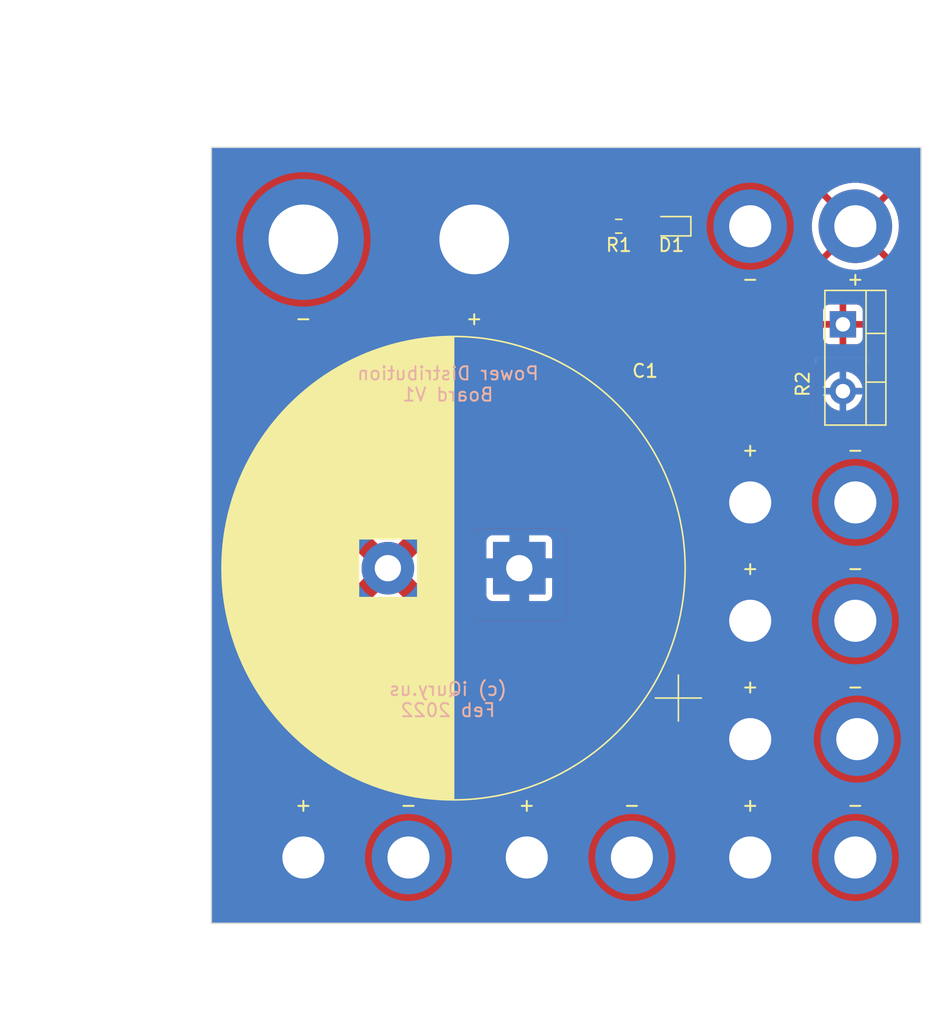
<source format=kicad_pcb>
(kicad_pcb (version 20220621) (generator pcbnew)
  (layers (0 "F.Cu" signal) (31 "B.Cu" signal) (34 "B.Paste" user) (35 "F.Paste" user) (36 "B.SilkS" user "B.Silkscreen") (37 "F.SilkS" user "F.Silkscreen") (38 "B.Mask" user) (39 "F.Mask" user) (44 "Edge.Cuts" user))
  (net 0 "")
  (net 1 "GND")
  (net 2 "Net-(D1-A)")
  (net 3 "Net-(H15-Pad1)")
  (net 4 "Net-(C1-Pad1)")
  (footprint "LED_SMD:LED_0603_1608Metric" (layer "F.Cu") (at 138 67 180)
    (fp_text reference "D1" (at 0 -1.43) (layer "F.SilkS"))
    (fp_text value "LED")
    (pad "1" smd roundrect (at -0.7875 0 180) (size 0.875 0.95) (layers "F.Cu" "F.Paste" "F.Mask") (net 1 "GND"))
    (pad "2" smd roundrect (at 0.7875 0 180) (size 0.875 0.95) (layers "F.Cu" "F.Paste" "F.Mask") (net 2 "Net-(D1-A)"))
  )
  (footprint "Package_TO_SOT_THT:TO-220-2_Vertical" (layer "F.Cu") (at 151.055 74.46 -90)
    (fp_text reference "R2" (at 4.54 3.055 90) (layer "F.SilkS"))
    (fp_text value "20 30W")
    (pad "1" thru_hole rect (at 0 0 270) (size 2 2) (drill 1.1) (layers *.Cu *.Mask) (net 3 "Net-(H15-Pad1)"))
    (pad "2" thru_hole oval (at 5.08 0 270) (size 2 2) (drill 1.1) (layers *.Cu *.Mask) (net 4 "Net-(C1-Pad1)"))
  )
  (footprint "MountingHole:MountingHole_3.2mm_M3_DIN965_Pad" (layer "F.Cu") (at 127 115)
    (fp_text reference "H5" hide)
    (fp_text value "Vout(+)")
    (pad "1" thru_hole circle (at 0 0) (size 5.6 5.6) (drill 3.2) (layers *.Cu *.Mask) (net 4 "Net-(C1-Pad1)"))
  )
  (footprint "MountingHole:MountingHole_3.2mm_M3_DIN965_Pad" (layer "F.Cu") (at 135 115)
    (fp_text reference "H6" hide)
    (fp_text value "Vout(-)")
    (pad "1" thru_hole circle (at 0 0) (size 5.6 5.6) (drill 3.2) (layers *.Cu *.Mask) (net 1 "GND"))
  )
  (footprint "MountingHole:MountingHole_3.2mm_M3_DIN965_Pad" (layer "F.Cu") (at 144 115)
    (fp_text reference "H7" hide)
    (fp_text value "Vout(+)")
    (pad "1" thru_hole circle (at 0 0) (size 5.6 5.6) (drill 3.2) (layers *.Cu *.Mask) (net 4 "Net-(C1-Pad1)"))
  )
  (footprint "MountingHole:MountingHole_3.2mm_M3_DIN965_Pad" (layer "F.Cu") (at 118 115)
    (fp_text reference "H4" hide)
    (fp_text value "Vout(-)")
    (pad "1" thru_hole circle (at 0 0) (size 5.6 5.6) (drill 3.2) (layers *.Cu *.Mask) (net 1 "GND"))
  )
  (footprint "Resistor_SMD:R_0603_1608Metric" (layer "F.Cu") (at 134 67 180)
    (fp_text reference "R1" (at 0 -1.43) (layer "F.SilkS"))
    (fp_text value "10k")
    (pad "1" smd roundrect (at -0.825 0 180) (size 0.8 0.95) (layers "F.Cu" "F.Paste" "F.Mask") (net 2 "Net-(D1-A)"))
    (pad "2" smd roundrect (at 0.825 0 180) (size 0.8 0.95) (layers "F.Cu" "F.Paste" "F.Mask") (net 4 "Net-(C1-Pad1)"))
  )
  (footprint "MountingHole:MountingHole_3.2mm_M3_DIN965_Pad" (layer "F.Cu") (at 152 97)
    (fp_text reference "H14" hide)
    (fp_text value "Vout(-)")
    (pad "1" thru_hole circle (at 0 0) (size 5.6 5.6) (drill 3.2) (layers *.Cu *.Mask) (net 1 "GND"))
  )
  (footprint "MountingHole:MountingHole_3.2mm_M3_DIN965_Pad" (layer "F.Cu") (at 152 67)
    (fp_text reference "H15" hide)
    (fp_text value "Vch(+)")
    (pad "1" thru_hole circle (at 0 0) (size 5.6 5.6) (drill 3.2) (layers *.Cu *.Mask) (net 3 "Net-(H15-Pad1)"))
  )
  (footprint "MountingHole:MountingHole_3.2mm_M3_DIN965_Pad" (layer "F.Cu") (at 152 115)
    (fp_text reference "H8" hide)
    (fp_text value "Vout(-)")
    (pad "1" thru_hole circle (at 0 0) (size 5.6 5.6) (drill 3.2) (layers *.Cu *.Mask) (net 1 "GND"))
  )
  (footprint "MountingHole:MountingHole_3.2mm_M3_DIN965_Pad" (layer "F.Cu") (at 152.15 106)
    (fp_text reference "H12" hide)
    (fp_text value "Vout(-)")
    (pad "1" thru_hole circle (at 0 0) (size 5.6 5.6) (drill 3.2) (layers *.Cu *.Mask) (net 1 "GND"))
  )
  (footprint "MountingHole:MountingHole_5.3mm_M5_DIN965_Pad" (layer "F.Cu") (at 110 68)
    (fp_text reference "H2" hide)
    (fp_text value "Vin(-)")
    (pad "1" thru_hole circle (at 0 0) (size 9.2 9.2) (drill 5.3) (layers *.Cu *.Mask) (net 1 "GND"))
  )
  (footprint "MountingHole:MountingHole_3.2mm_M3_DIN965_Pad" (layer "F.Cu") (at 110 115)
    (fp_text reference "H3" hide)
    (fp_text value "Vout(+)")
    (pad "1" thru_hole circle (at 0 0) (size 5.6 5.6) (drill 3.2) (layers *.Cu *.Mask) (net 4 "Net-(C1-Pad1)"))
  )
  (footprint "MountingHole:MountingHole_5.3mm_M5_DIN965_Pad" (layer "F.Cu") (at 123 68)
    (fp_text reference "H1" hide)
    (fp_text value "Vin(+)")
    (pad "1" thru_hole circle (at 0 0) (size 9.2 9.2) (drill 5.3) (layers *.Cu *.Mask) (net 4 "Net-(C1-Pad1)"))
  )
  (footprint "MountingHole:MountingHole_3.2mm_M3_DIN965_Pad" (layer "F.Cu") (at 144 106)
    (fp_text reference "H11" hide)
    (fp_text value "Vout(+)")
    (pad "1" thru_hole circle (at 0 0) (size 5.6 5.6) (drill 3.2) (layers *.Cu *.Mask) (net 4 "Net-(C1-Pad1)"))
  )
  (footprint "Capacitor_THT:CP_Radial_D35.0mm_P10.00mm_SnapIn" (layer "F.Cu") (at 126.430499 93 180)
    (fp_text reference "C1" (at -9.569501 15) (layer "F.SilkS"))
    (fp_text value "10,000uF 63V")
    (pad "1" thru_hole rect (at 0 0 180) (size 4 4) (drill 2) (layers *.Cu *.Mask) (net 4 "Net-(C1-Pad1)"))
    (pad "2" thru_hole circle (at 10 0 180) (size 4 4) (drill 2) (layers *.Cu *.Mask) (net 1 "GND"))
  )
  (footprint "MountingHole:MountingHole_3.2mm_M3_DIN965_Pad" (layer "F.Cu") (at 144 88)
    (fp_text reference "H9" hide)
    (fp_text value "Vout(+)")
    (pad "1" thru_hole circle (at 0 0) (size 5.6 5.6) (drill 3.2) (layers *.Cu *.Mask) (net 4 "Net-(C1-Pad1)"))
  )
  (footprint "MountingHole:MountingHole_3.2mm_M3_DIN965_Pad" (layer "F.Cu") (at 152 88)
    (fp_text reference "H10" hide)
    (fp_text value "Vout(-)")
    (pad "1" thru_hole circle (at 0 0) (size 5.6 5.6) (drill 3.2) (layers *.Cu *.Mask) (net 1 "GND"))
  )
  (footprint "MountingHole:MountingHole_3.2mm_M3_DIN965_Pad" (layer "F.Cu") (at 144 97)
    (fp_text reference "H13" hide)
    (fp_text value "Vout(+)")
    (pad "1" thru_hole circle (at 0 0) (size 5.6 5.6) (drill 3.2) (layers *.Cu *.Mask) (net 4 "Net-(C1-Pad1)"))
  )
  (footprint "MountingHole:MountingHole_3.2mm_M3_DIN965_Pad" (layer "F.Cu") (at 144 67)
    (fp_text reference "H16" hide)
    (fp_text value "Vch(-)")
    (pad "1" thru_hole circle (at 0 0) (size 5.6 5.6) (drill 3.2) (layers *.Cu *.Mask) (net 1 "GND"))
  )
  (gr_line (start 157 120) (end 103 120) (stroke (width 0.1)) (layer "Edge.Cuts"))
  (gr_line (start 103 61) (end 157 61) (stroke (width 0.1)) (layer "Edge.Cuts"))
  (gr_line (start 157 61) (end 157 120) (stroke (width 0.1)) (layer "Edge.Cuts"))
  (gr_line (start 103 120) (end 103 61) (stroke (width 0.1)) (layer "Edge.Cuts"))
  (gr_text "Power Distribution\nBoard V1" (at 121 79) (layer "B.SilkS") (effects (font (size 1 1)) (justify mirror)))
  (gr_text "(c) iQury.us\nFeb 2022" (at 121 103) (layer "B.SilkS") (effects (font (size 1 1)) (justify mirror)))
  (gr_text "+" (at 144 93) (layer "F.SilkS") (effects (font (size 1 1))))
  (gr_text "+" (at 127 111) (layer "F.SilkS") (effects (font (size 1 1))))
  (gr_text "-" (at 144 71) (layer "F.SilkS") (effects (font (size 1 1))))
  (gr_text "+" (at 123 74) (layer "F.SilkS") (effects (font (size 1 1))))
  (gr_text "-" (at 152 84) (layer "F.SilkS") (effects (font (size 1 1))))
  (gr_text "+" (at 110 111) (layer "F.SilkS") (effects (font (size 1 1))))
  (gr_text "+" (at 144 102) (layer "F.SilkS") (effects (font (size 1 1))))
  (gr_text "-" (at 152 93) (layer "F.SilkS") (effects (font (size 1 1))))
  (gr_text "-" (at 118 111) (layer "F.SilkS") (effects (font (size 1 1))))
  (gr_text "-" (at 110 74) (layer "F.SilkS") (effects (font (size 1 1))))
  (gr_text "-" (at 152 102) (layer "F.SilkS") (effects (font (size 1 1))))
  (gr_text "+" (at 144 111) (layer "F.SilkS") (effects (font (size 1 1))))
  (gr_text "-" (at 152 111) (layer "F.SilkS") (effects (font (size 1 1))))
  (gr_text "+" (at 144 84) (layer "F.SilkS") (effects (font (size 1 1))))
  (gr_text "-" (at 135 111) (layer "F.SilkS") (effects (font (size 1 1))))
  (gr_text "+" (at 152 71) (layer "F.SilkS") (effects (font (size 1 1))))
  (segment (start 137.2125 67) (end 135 67) (width 0.25) (layer "F.Cu") (net 2))
  (segment (start 132.175 68) (end 123 68) (width 0.25) (layer "F.Cu") (net 4))
  (segment (start 133.175 67) (end 132.175 68) (width 0.25) (layer "F.Cu") (net 4))
  (zone (net 1) (net_name "GND") (layer "F.Cu") (connect_pads yes (clearance 0.508)) (min_thickness 0.254) (fill yes (thermal_gap 0.508) (thermal_bridge_width 0.508))
    (polygon (pts (xy 158 121) (xy 102 121) (xy 102 59) (xy 158 59)))
  )
  (zone (net 1) (net_name "GND") (layer "F.Cu") (priority 1) (connect_pads (clearance 0.508)) (min_thickness 0.254) (fill yes (thermal_gap 0.5) (thermal_bridge_width 1.5))
    (polygon (pts (xy 119 96) (xy 113 96) (xy 113 90) (xy 119 90)))
  )
  (zone (net 3) (net_name "Net-(H15-Pad1)") (layer "F.Cu") (priority 1) (connect_pads (clearance 0.508)) (min_thickness 0.254) (fill yes (thermal_gap 0.508) (thermal_bridge_width 0.508))
    (polygon (pts (xy 158 77) (xy 148 77) (xy 148 60) (xy 158 60)))
  )
  (zone (net 4) (net_name "Net-(C1-Pad1)") (layer "B.Cu") (priority 1) (connect_pads (clearance 0.508)) (min_thickness 0.254) (fill yes (thermal_gap 0.5) (thermal_bridge_width 1.5))
    (polygon (pts (xy 130 97) (xy 123 97) (xy 123 90) (xy 130 90)))
  )
  (zone (net 4) (net_name "Net-(C1-Pad1)") (layer "B.Cu") (connect_pads yes (clearance 0.508)) (min_thickness 0.254) (fill yes (thermal_gap 0.508) (thermal_bridge_width 0.508))
    (polygon (pts (xy 159 122) (xy 101 122) (xy 101 58) (xy 159 58)))
  )
  (zone (net 4) (net_name "Net-(C1-Pad1)") (layer "B.Cu") (priority 1) (connect_pads (clearance 0.508)) (min_thickness 0.254) (fill yes (thermal_gap 0.508) (thermal_bridge_width 0.508))
    (polygon (pts (xy 153 82) (xy 149 82) (xy 149 77) (xy 153 77)))
  )
)
</source>
